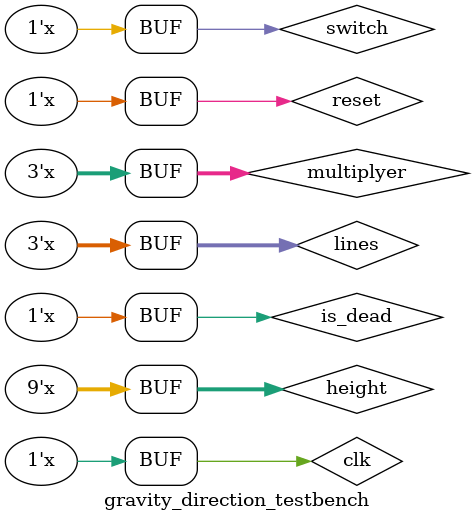
<source format=v>
`timescale 1ns / 1ps


module gravity_direction_testbench();
    wire dir;
    reg clk,reset,is_dead,switch;
    reg [8:0] height;
    reg [2:0] lines, multiplyer;
    
    initial begin
    clk = 0;
    reset=1;
    is_dead=0;
    switch=0;
    height=0;
    multiplyer=0;
    lines=3'b000;
    end
    
    gavity_direction  test(clk, reset, is_dead, switch, lines, height, dir);
    
    always #1 begin
    clk=~clk;
    end
    
    always #2 begin
    lines=lines+1;
    end
    
    always #16 begin
    multiplyer=multiplyer+1;
    height=60*multiplyer;
    end
    

    
    always #128 begin
    switch=~switch;
    end
    
    always #256 begin
    is_dead=~is_dead;
    end
    
    always #512 begin
    reset=~reset;
    end
    
endmodule

</source>
